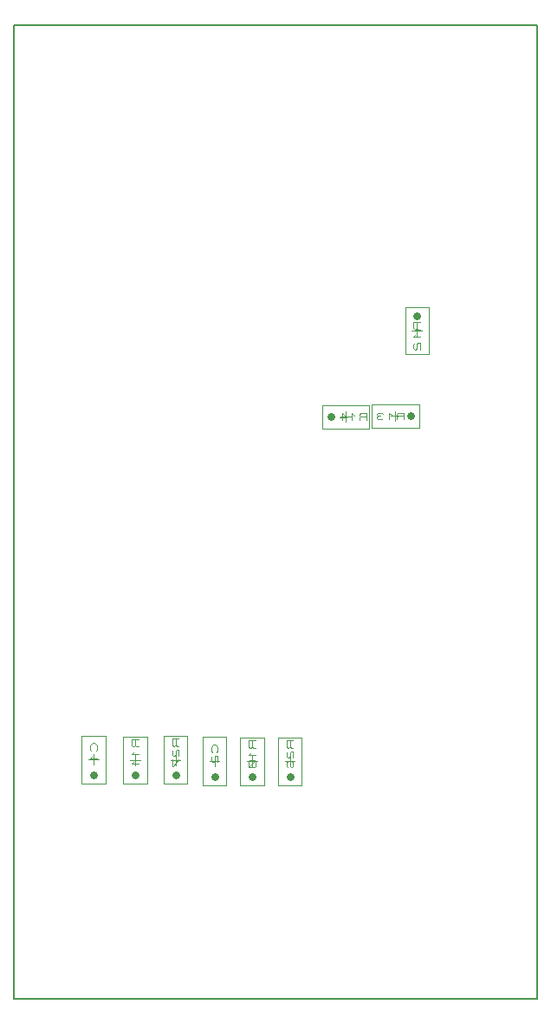
<source format=gbr>
G04 PROTEUS GERBER X2 FILE*
%TF.GenerationSoftware,Labcenter,Proteus,8.13-SP0-Build31525*%
%TF.CreationDate,2024-05-12T14:24:26+00:00*%
%TF.FileFunction,AssemblyDrawing,Bot*%
%TF.FilePolarity,Positive*%
%TF.Part,Single*%
%TF.SameCoordinates,{a0f7e056-3ba2-47e4-9380-b7f19c802b0c}*%
%FSLAX45Y45*%
%MOMM*%
G01*
%TA.AperFunction,Material*%
%ADD52C,0.050000*%
%ADD53C,0.721360*%
%ADD54C,0.107030*%
%ADD55C,0.110370*%
%TA.AperFunction,Profile*%
%ADD22C,0.203200*%
%TD.AperFunction*%
D52*
X-927800Y-1253400D02*
X-927800Y-793400D01*
X-697800Y-793400D01*
X-697800Y-1253400D01*
X-927800Y-1253400D01*
X-762800Y-1023400D02*
X-862800Y-1023400D01*
X-812800Y-973400D02*
X-812800Y-1073400D01*
D53*
X-812800Y-1168400D02*
X-812800Y-1168400D01*
D54*
X-780689Y-817117D02*
X-844911Y-817117D01*
X-844911Y-877325D01*
X-834207Y-889366D01*
X-823504Y-889366D01*
X-812800Y-877325D01*
X-812800Y-817117D01*
X-812800Y-877325D02*
X-802096Y-889366D01*
X-780689Y-889366D01*
X-823504Y-937533D02*
X-844911Y-961616D01*
X-780689Y-961616D01*
X-823504Y-1033866D02*
X-844911Y-1057949D01*
X-780689Y-1057949D01*
D52*
X-534100Y-1251300D02*
X-534100Y-791300D01*
X-304100Y-791300D01*
X-304100Y-1251300D01*
X-534100Y-1251300D01*
X-369100Y-1021300D02*
X-469100Y-1021300D01*
X-419100Y-971300D02*
X-419100Y-1071300D01*
D53*
X-419100Y-1166300D02*
X-419100Y-1166300D01*
D54*
X-386989Y-815017D02*
X-451211Y-815017D01*
X-451211Y-875225D01*
X-440507Y-887266D01*
X-429804Y-887266D01*
X-419100Y-875225D01*
X-419100Y-815017D01*
X-419100Y-875225D02*
X-408396Y-887266D01*
X-386989Y-887266D01*
X-440507Y-923391D02*
X-451211Y-935433D01*
X-451211Y-971558D01*
X-440507Y-983599D01*
X-429804Y-983599D01*
X-419100Y-971558D01*
X-419100Y-935433D01*
X-408396Y-923391D01*
X-386989Y-923391D01*
X-386989Y-983599D01*
X-451211Y-1019724D02*
X-451211Y-1079932D01*
X-440507Y-1079932D01*
X-386989Y-1019724D01*
D52*
X-1334200Y-1253400D02*
X-1334200Y-783400D01*
X-1104200Y-783400D01*
X-1104200Y-1253400D01*
X-1334200Y-1253400D01*
X-1169200Y-1018400D02*
X-1269200Y-1018400D01*
X-1219200Y-968400D02*
X-1219200Y-1068400D01*
D53*
X-1219200Y-1168400D02*
X-1219200Y-1168400D01*
D55*
X-1197126Y-931782D02*
X-1186089Y-919366D01*
X-1186089Y-882116D01*
X-1208163Y-857283D01*
X-1230237Y-857283D01*
X-1252311Y-882116D01*
X-1252311Y-919366D01*
X-1241274Y-931782D01*
X-1230237Y-981449D02*
X-1252311Y-1006282D01*
X-1186089Y-1006282D01*
D52*
X-153100Y-1266100D02*
X-153100Y-796100D01*
X+76900Y-796100D01*
X+76900Y-1266100D01*
X-153100Y-1266100D01*
X+11900Y-1031100D02*
X-88100Y-1031100D01*
X-38100Y-981100D02*
X-38100Y-1081100D01*
D53*
X-38100Y-1181100D02*
X-38100Y-1181100D01*
D55*
X-16026Y-944482D02*
X-4989Y-932066D01*
X-4989Y-894816D01*
X-27063Y-869983D01*
X-49137Y-869983D01*
X-71211Y-894816D01*
X-71211Y-932066D01*
X-60174Y-944482D01*
X-60174Y-981732D02*
X-71211Y-994149D01*
X-71211Y-1031399D01*
X-60174Y-1043815D01*
X-49137Y-1043815D01*
X-38100Y-1031399D01*
X-38100Y-994149D01*
X-27063Y-981732D01*
X-4989Y-981732D01*
X-4989Y-1043815D01*
D52*
X+215200Y-1266100D02*
X+215200Y-806100D01*
X+445200Y-806100D01*
X+445200Y-1266100D01*
X+215200Y-1266100D01*
X+380200Y-1036100D02*
X+280200Y-1036100D01*
X+330200Y-986100D02*
X+330200Y-1086100D01*
D53*
X+330200Y-1181100D02*
X+330200Y-1181100D01*
D54*
X+362311Y-829817D02*
X+298089Y-829817D01*
X+298089Y-890025D01*
X+308793Y-902066D01*
X+319496Y-902066D01*
X+330200Y-890025D01*
X+330200Y-829817D01*
X+330200Y-890025D02*
X+340904Y-902066D01*
X+362311Y-902066D01*
X+319496Y-950233D02*
X+298089Y-974316D01*
X+362311Y-974316D01*
X+351607Y-1022483D02*
X+308793Y-1022483D01*
X+298089Y-1034524D01*
X+298089Y-1082691D01*
X+308793Y-1094732D01*
X+351607Y-1094732D01*
X+362311Y-1082691D01*
X+362311Y-1034524D01*
X+351607Y-1022483D01*
X+362311Y-1022483D02*
X+298089Y-1094732D01*
D52*
X+583500Y-1266100D02*
X+583500Y-806100D01*
X+813500Y-806100D01*
X+813500Y-1266100D01*
X+583500Y-1266100D01*
X+748500Y-1036100D02*
X+648500Y-1036100D01*
X+698500Y-986100D02*
X+698500Y-1086100D01*
D53*
X+698500Y-1181100D02*
X+698500Y-1181100D01*
D54*
X+730611Y-829817D02*
X+666389Y-829817D01*
X+666389Y-890025D01*
X+677093Y-902066D01*
X+687796Y-902066D01*
X+698500Y-890025D01*
X+698500Y-829817D01*
X+698500Y-890025D02*
X+709204Y-902066D01*
X+730611Y-902066D01*
X+677093Y-938191D02*
X+666389Y-950233D01*
X+666389Y-986358D01*
X+677093Y-998399D01*
X+687796Y-998399D01*
X+698500Y-986358D01*
X+698500Y-950233D01*
X+709204Y-938191D01*
X+730611Y-938191D01*
X+730611Y-998399D01*
X+677093Y-1094732D02*
X+666389Y-1082691D01*
X+666389Y-1046566D01*
X+677093Y-1034524D01*
X+719907Y-1034524D01*
X+730611Y-1046566D01*
X+730611Y-1082691D01*
X+719907Y-1094732D01*
X+709204Y-1094732D01*
X+698500Y-1082691D01*
X+698500Y-1034524D01*
D52*
X+2054650Y+3396250D02*
X+2054650Y+2936250D01*
X+1824650Y+2936250D01*
X+1824650Y+3396250D01*
X+2054650Y+3396250D01*
X+1889650Y+3166250D02*
X+1989650Y+3166250D01*
X+1939650Y+3116250D02*
X+1939650Y+3216250D01*
D53*
X+1939650Y+3311250D02*
X+1939650Y+3311250D01*
D54*
X+1971761Y+3248965D02*
X+1907539Y+3248965D01*
X+1907539Y+3188757D01*
X+1918243Y+3176716D01*
X+1928946Y+3176716D01*
X+1939650Y+3188757D01*
X+1939650Y+3248965D01*
X+1939650Y+3188757D02*
X+1950354Y+3176716D01*
X+1971761Y+3176716D01*
X+1928946Y+3128549D02*
X+1907539Y+3104466D01*
X+1971761Y+3104466D01*
X+1918243Y+3044258D02*
X+1907539Y+3032216D01*
X+1907539Y+2996091D01*
X+1918243Y+2984050D01*
X+1928946Y+2984050D01*
X+1939650Y+2996091D01*
X+1939650Y+3032216D01*
X+1950354Y+3044258D01*
X+1971761Y+3044258D01*
X+1971761Y+2984050D01*
D52*
X+1012750Y+2442550D02*
X+1472750Y+2442550D01*
X+1472750Y+2212550D01*
X+1012750Y+2212550D01*
X+1012750Y+2442550D01*
X+1242750Y+2277550D02*
X+1242750Y+2377550D01*
X+1292750Y+2327550D02*
X+1192750Y+2327550D01*
D53*
X+1097750Y+2327550D02*
X+1097750Y+2327550D01*
D54*
X+1449033Y+2295439D02*
X+1449033Y+2359661D01*
X+1388825Y+2359661D01*
X+1376784Y+2348957D01*
X+1376784Y+2338254D01*
X+1388825Y+2327550D01*
X+1449033Y+2327550D01*
X+1388825Y+2327550D02*
X+1376784Y+2316846D01*
X+1376784Y+2295439D01*
X+1328617Y+2338254D02*
X+1304534Y+2359661D01*
X+1304534Y+2295439D01*
X+1184118Y+2316846D02*
X+1256367Y+2316846D01*
X+1208201Y+2359661D01*
X+1208201Y+2295439D01*
D52*
X+1961150Y+2218350D02*
X+1501150Y+2218350D01*
X+1501150Y+2448350D01*
X+1961150Y+2448350D01*
X+1961150Y+2218350D01*
X+1731150Y+2383350D02*
X+1731150Y+2283350D01*
X+1681150Y+2333350D02*
X+1781150Y+2333350D01*
D53*
X+1876150Y+2333350D02*
X+1876150Y+2333350D01*
D54*
X+1813865Y+2301239D02*
X+1813865Y+2365461D01*
X+1753657Y+2365461D01*
X+1741616Y+2354757D01*
X+1741616Y+2344054D01*
X+1753657Y+2333350D01*
X+1813865Y+2333350D01*
X+1753657Y+2333350D02*
X+1741616Y+2322646D01*
X+1741616Y+2301239D01*
X+1693449Y+2344054D02*
X+1669366Y+2365461D01*
X+1669366Y+2301239D01*
X+1609158Y+2354757D02*
X+1597116Y+2365461D01*
X+1560991Y+2365461D01*
X+1548950Y+2354757D01*
X+1548950Y+2344054D01*
X+1560991Y+2333350D01*
X+1548950Y+2322646D01*
X+1548950Y+2311943D01*
X+1560991Y+2301239D01*
X+1597116Y+2301239D01*
X+1609158Y+2311943D01*
X+1585075Y+2333350D02*
X+1560991Y+2333350D01*
D22*
X-1995300Y-3350000D02*
X+3114700Y-3350000D01*
X+3114700Y+6150000D01*
X-1995300Y+6150000D01*
X-1995300Y-3350000D01*
M02*

</source>
